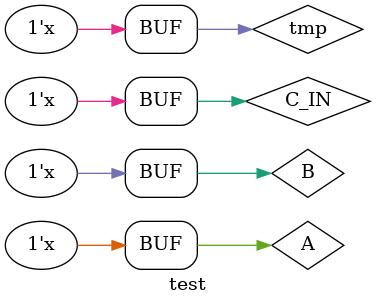
<source format=v>
module test;
	wire A, B, C_IN;
	wire SUM, C_OUT;
	reg [2:0] temp;
	
	fa_assign g0(A, B, C_IN, SUM, C_OUT);
	
	initial tmp = 3'B000;
	always #10 tmp = tmp + 1;
	
	assign A = tmp[0];
	assign B = tmp[1];
	assign C_IN = tmp[2];
endmodule

</source>
